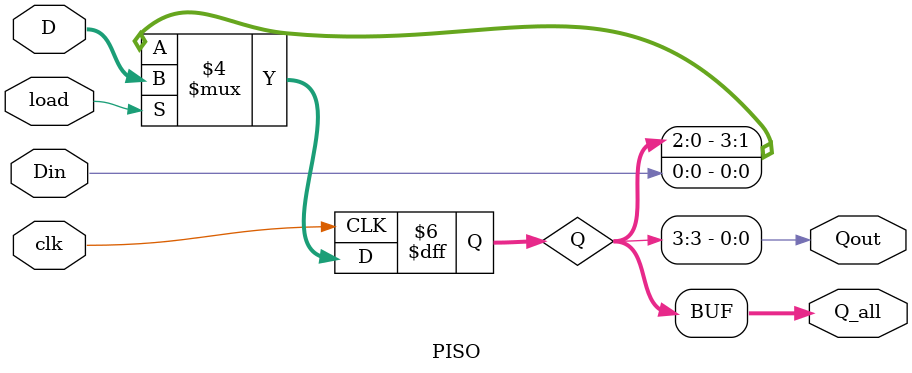
<source format=v>
`timescale 1ns / 1ps

module PISO(
    input clk,
    input load,
    input [3:0] D,
    input Din,
    output Qout,
    output [3:0] Q_all
    );
    
    reg [3:0] Q = 0;
    
    always @ (posedge clk)begin
        if (load)
            Q <= D;
        else
            Q <= {Q[2:0], Din};  
    end
assign Qout = Q[3];
assign Q_all = Q; 
endmodule

</source>
